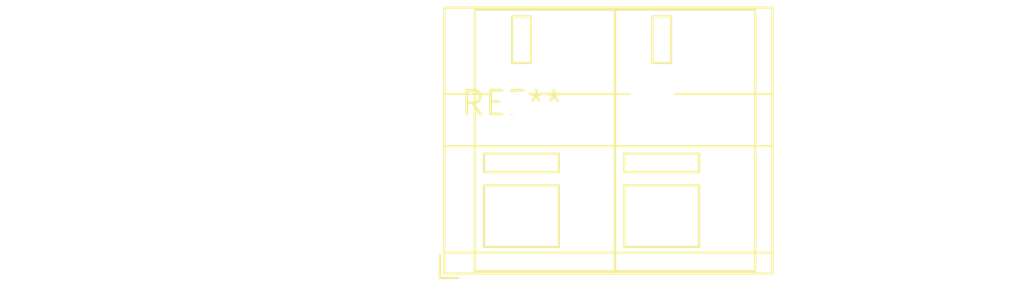
<source format=kicad_pcb>
(kicad_pcb (version 20240108) (generator pcbnew)
  (layers (0 "F.Cu" signal) (31 "B.Cu" signal) (34 "B.Paste" user) (35 "F.Paste" user) (36 "B.SilkS" user "B.Silkscreen") (37 "F.SilkS" user "F.Silkscreen") (38 "B.Mask" user) (39 "F.Mask" user) (44 "Edge.Cuts" user))
  (net 0 "")
  (footprint "TerminalBlock_WAGO_236-202_1x02_P7.50mm_45Degree" (layer "F.Cu") (at 0 0)
    (property "Reference" "REF**")
    (property "Value" "TerminalBlock_WAGO_236-202_1x02_P7.50mm_45Degree")
    (fp_line (start -3.86 8.12) (end -3.86 9.36) (layer "F.SilkS") (stroke (width 0.12)))
    (fp_line (start -3.86 9.36) (end -2.86 9.36) (layer "F.SilkS") (stroke (width 0.12)))
    (fp_line (start -3.62 -5.12) (end -3.62 9.12) (layer "F.SilkS") (stroke (width 0.12)))
    (fp_line (start -3.62 -5.12) (end 13.92 -5.12) (layer "F.SilkS") (stroke (width 0.12)))
    (fp_line (start -3.62 -0.5) (end -1.23 -0.5) (layer "F.SilkS") (stroke (width 0.12)))
    (fp_line (start -3.62 2.3) (end 13.92 2.3) (layer "F.SilkS") (stroke (width 0.12)))
    (fp_line (start -3.62 8) (end 13.92 8) (layer "F.SilkS") (stroke (width 0.12)))
    (fp_line (start -3.62 9.12) (end 13.92 9.12) (layer "F.SilkS") (stroke (width 0.12)))
    (fp_line (start -2 -5) (end -2 9) (layer "F.SilkS") (stroke (width 0.12)))
    (fp_line (start -2 -5) (end 5.5 -5) (layer "F.SilkS") (stroke (width 0.12)))
    (fp_line (start -2 9) (end 5.5 9) (layer "F.SilkS") (stroke (width 0.12)))
    (fp_line (start -1.5 2.7) (end -1.5 3.7) (layer "F.SilkS") (stroke (width 0.12)))
    (fp_line (start -1.5 2.7) (end 2.5 2.7) (layer "F.SilkS") (stroke (width 0.12)))
    (fp_line (start -1.5 3.7) (end 2.5 3.7) (layer "F.SilkS") (stroke (width 0.12)))
    (fp_line (start -1.5 4.4) (end -1.5 7.7) (layer "F.SilkS") (stroke (width 0.12)))
    (fp_line (start -1.5 4.4) (end 2.5 4.4) (layer "F.SilkS") (stroke (width 0.12)))
    (fp_line (start -1.5 7.7) (end 2.5 7.7) (layer "F.SilkS") (stroke (width 0.12)))
    (fp_line (start 0 -4.65) (end 0 -2.151) (layer "F.SilkS") (stroke (width 0.12)))
    (fp_line (start 0 -4.65) (end 1 -4.65) (layer "F.SilkS") (stroke (width 0.12)))
    (fp_line (start 0 -2.151) (end 1 -2.151) (layer "F.SilkS") (stroke (width 0.12)))
    (fp_line (start 1 -4.65) (end 1 -2.151) (layer "F.SilkS") (stroke (width 0.12)))
    (fp_line (start 1.23 -0.5) (end 6.27 -0.5) (layer "F.SilkS") (stroke (width 0.12)))
    (fp_line (start 2.5 2.7) (end 2.5 3.7) (layer "F.SilkS") (stroke (width 0.12)))
    (fp_line (start 2.5 4.4) (end 2.5 7.7) (layer "F.SilkS") (stroke (width 0.12)))
    (fp_line (start 5.5 -5) (end 5.5 9) (layer "F.SilkS") (stroke (width 0.12)))
    (fp_line (start 5.5 -5) (end 5.5 9) (layer "F.SilkS") (stroke (width 0.12)))
    (fp_line (start 5.5 -5) (end 13 -5) (layer "F.SilkS") (stroke (width 0.12)))
    (fp_line (start 5.5 9) (end 13 9) (layer "F.SilkS") (stroke (width 0.12)))
    (fp_line (start 6 2.7) (end 6 3.7) (layer "F.SilkS") (stroke (width 0.12)))
    (fp_line (start 6 2.7) (end 10 2.7) (layer "F.SilkS") (stroke (width 0.12)))
    (fp_line (start 6 3.7) (end 10 3.7) (layer "F.SilkS") (stroke (width 0.12)))
    (fp_line (start 6 4.4) (end 6 7.7) (layer "F.SilkS") (stroke (width 0.12)))
    (fp_line (start 6 4.4) (end 10 4.4) (layer "F.SilkS") (stroke (width 0.12)))
    (fp_line (start 6 7.7) (end 10 7.7) (layer "F.SilkS") (stroke (width 0.12)))
    (fp_line (start 7.5 -4.65) (end 7.5 -2.151) (layer "F.SilkS") (stroke (width 0.12)))
    (fp_line (start 7.5 -4.65) (end 8.5 -4.65) (layer "F.SilkS") (stroke (width 0.12)))
    (fp_line (start 7.5 -2.151) (end 8.5 -2.151) (layer "F.SilkS") (stroke (width 0.12)))
    (fp_line (start 8.5 -4.65) (end 8.5 -2.151) (layer "F.SilkS") (stroke (width 0.12)))
    (fp_line (start 8.73 -0.5) (end 13.92 -0.5) (layer "F.SilkS") (stroke (width 0.12)))
    (fp_line (start 10 2.7) (end 10 3.7) (layer "F.SilkS") (stroke (width 0.12)))
    (fp_line (start 10 4.4) (end 10 7.7) (layer "F.SilkS") (stroke (width 0.12)))
    (fp_line (start 13 -5) (end 13 9) (layer "F.SilkS") (stroke (width 0.12)))
    (fp_line (start 13.92 -5.12) (end 13.92 9.12) (layer "F.SilkS") (stroke (width 0.12)))
    (pad "1" thru_hole rect (at 0 0) (size 1.5 3) (drill 1.15) (layers *.Cu *.Mask) (remove_unused_layers))
    (pad "2" thru_hole oval (at 7.5 0) (size 1.5 3) (drill 1.15) (layers *.Cu *.Mask) (remove_unused_layers))
  )
)
</source>
